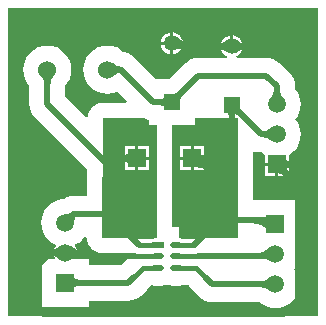
<source format=gtl>
%FSLAX25Y25*%
%MOIN*%
G70*
G01*
G75*
G04 Layer_Physical_Order=1*
G04 Layer_Color=255*
%ADD10C,0.02000*%
%ADD11C,0.01000*%
%ADD12R,0.06000X0.06000*%
%ADD13O,0.03937X0.01969*%
%ADD14R,0.03937X0.01969*%
%ADD15C,0.01500*%
%ADD16C,0.06000*%
%ADD17C,0.05315*%
%ADD18R,0.05315X0.05315*%
%ADD19R,0.05906X0.05906*%
%ADD20C,0.05906*%
G36*
X309200Y231300D02*
X205800D01*
Y334200D01*
X309200D01*
Y231300D01*
D02*
G37*
%LPC*%
G36*
X239000Y321539D02*
X237432Y321384D01*
X235924Y320927D01*
X234534Y320184D01*
X233316Y319184D01*
X232316Y317966D01*
X231573Y316576D01*
X231116Y315068D01*
X230961Y313500D01*
X231116Y311932D01*
X231573Y310424D01*
X232316Y309034D01*
X233316Y307816D01*
X234534Y306816D01*
X235924Y306073D01*
X237432Y305616D01*
X239000Y305461D01*
X240568Y305616D01*
X242076Y306073D01*
X242287Y306186D01*
X245469Y303005D01*
X245277Y302543D01*
X237430D01*
X236801Y302460D01*
X236171Y302383D01*
X236149Y302374D01*
X236125Y302371D01*
X235538Y302128D01*
X234950Y301891D01*
X234931Y301877D01*
X234909Y301868D01*
X234405Y301481D01*
X233898Y301100D01*
X233883Y301081D01*
X233864Y301066D01*
X233478Y300562D01*
X233087Y300063D01*
X233077Y300041D01*
X233063Y300022D01*
X232820Y299435D01*
X232572Y298851D01*
X232568Y298828D01*
X232559Y298805D01*
X232476Y298176D01*
X232415Y297744D01*
X231941Y297586D01*
X225029Y304497D01*
Y308236D01*
X225684Y309034D01*
X226427Y310424D01*
X226884Y311932D01*
X227039Y313500D01*
X226884Y315068D01*
X226427Y316576D01*
X225684Y317966D01*
X224684Y319184D01*
X223466Y320184D01*
X222076Y320927D01*
X220568Y321384D01*
X219000Y321539D01*
X217432Y321384D01*
X215924Y320927D01*
X214534Y320184D01*
X213316Y319184D01*
X212316Y317966D01*
X211573Y316576D01*
X211116Y315068D01*
X210961Y313500D01*
X211116Y311932D01*
X211573Y310424D01*
X212316Y309034D01*
X212971Y308236D01*
Y302000D01*
X213087Y300824D01*
X213430Y299693D01*
X213987Y298651D01*
X214737Y297737D01*
X232224Y280250D01*
X232141Y271529D01*
X228000D01*
X226824Y271413D01*
X225693Y271070D01*
X224651Y270513D01*
X224573Y270449D01*
X223441Y270338D01*
X221942Y269883D01*
X220560Y269145D01*
X219349Y268151D01*
X218355Y266940D01*
X217617Y265558D01*
X217162Y264059D01*
X217009Y262500D01*
X217162Y260941D01*
X217617Y259442D01*
X218355Y258060D01*
X219349Y256849D01*
X220560Y255855D01*
X221661Y255267D01*
X221766Y254779D01*
X221547Y254493D01*
X221149Y253532D01*
X221079Y253000D01*
X228921D01*
X228851Y253532D01*
X228453Y254493D01*
X228234Y254779D01*
X228339Y255267D01*
X229440Y255855D01*
X230651Y256849D01*
X231541Y257934D01*
X232011Y257764D01*
X232011Y257692D01*
X232012Y257680D01*
X232010Y257668D01*
X232092Y257025D01*
X232170Y256385D01*
X232174Y256374D01*
X232176Y256362D01*
X232421Y255763D01*
X232662Y255164D01*
X232669Y255154D01*
X232674Y255143D01*
X233065Y254629D01*
X233454Y254112D01*
X233463Y254104D01*
X233471Y254095D01*
X233822Y253740D01*
X233832Y253732D01*
X233839Y253723D01*
X234353Y253328D01*
X234863Y252933D01*
X234874Y252929D01*
X234884Y252921D01*
X235481Y252674D01*
X236077Y252424D01*
X236089Y252422D01*
X236100Y252418D01*
X236740Y252333D01*
X237381Y252246D01*
X237393Y252247D01*
X237405Y252246D01*
X243728D01*
X245237Y250737D01*
X245387Y250613D01*
X245412Y250114D01*
X244995Y249697D01*
X244651Y249513D01*
X243737Y248763D01*
X243503Y248529D01*
X232953D01*
Y250453D01*
X228880D01*
X228603Y250869D01*
X228851Y251468D01*
X228921Y252000D01*
X221079D01*
X221149Y251468D01*
X221397Y250869D01*
X221120Y250453D01*
X217047D01*
Y234547D01*
X232953D01*
Y236471D01*
X246000D01*
X247176Y236587D01*
X248307Y236930D01*
X249349Y237487D01*
X250263Y238237D01*
X252263Y240237D01*
X253013Y241150D01*
X253197Y241495D01*
X253422Y241720D01*
X253519D01*
X253738Y241654D01*
X253847Y241609D01*
Y241609D01*
X253859Y241620D01*
X255016Y241507D01*
X256984D01*
X258157Y241622D01*
X258953Y241863D01*
X259748Y241622D01*
X260921Y241507D01*
X262890D01*
X264046Y241620D01*
X264059Y241609D01*
Y241609D01*
X264168Y241654D01*
X264386Y241720D01*
X266078D01*
X266303Y241495D01*
X266487Y241150D01*
X267237Y240237D01*
X269737Y237737D01*
X270651Y236987D01*
X271693Y236430D01*
X272824Y236087D01*
X274000Y235971D01*
X289810D01*
X290560Y235355D01*
X291942Y234617D01*
X293441Y234162D01*
X295000Y234009D01*
X296559Y234162D01*
X298058Y234617D01*
X299440Y235355D01*
X300651Y236349D01*
X301644Y237560D01*
X302383Y238942D01*
X302838Y240441D01*
X302991Y242000D01*
X302838Y243559D01*
X302383Y245058D01*
X301644Y246440D01*
X301185Y247000D01*
X301644Y247560D01*
X302383Y248942D01*
X302838Y250441D01*
X302991Y252000D01*
X302838Y253559D01*
X302766Y253795D01*
X302953Y254047D01*
X302953D01*
Y269953D01*
X287543D01*
Y286103D01*
X287945Y286401D01*
X288981Y286087D01*
X290158Y285971D01*
X290310D01*
X291060Y285355D01*
X291547Y285095D01*
Y282500D01*
X299453D01*
Y285095D01*
X299940Y285355D01*
X301151Y286349D01*
X302145Y287560D01*
X302883Y288942D01*
X303338Y290441D01*
X303491Y292000D01*
X303338Y293559D01*
X302883Y295058D01*
X302145Y296440D01*
X301685Y297000D01*
X302145Y297560D01*
X302883Y298942D01*
X303338Y300441D01*
X303491Y302000D01*
X303338Y303559D01*
X302883Y305058D01*
X302145Y306440D01*
X301529Y307190D01*
Y308000D01*
X301413Y309176D01*
X301070Y310307D01*
X300513Y311350D01*
X299763Y312263D01*
X296263Y315763D01*
X295350Y316513D01*
X294307Y317070D01*
X293176Y317413D01*
X292000Y317529D01*
X282132D01*
X282035Y318019D01*
X282345Y318148D01*
X283109Y318734D01*
X283695Y319498D01*
X284063Y320388D01*
X284123Y320843D01*
X276877D01*
X276937Y320388D01*
X277305Y319498D01*
X277891Y318734D01*
X278656Y318148D01*
X278965Y318019D01*
X278868Y317529D01*
X269342D01*
X268166Y317413D01*
X267035Y317070D01*
X265993Y316513D01*
X265079Y315763D01*
X259631Y310315D01*
X255211D01*
X247763Y317763D01*
X246849Y318513D01*
X245807Y319070D01*
X244676Y319413D01*
X244368Y319443D01*
X243466Y320184D01*
X242076Y320927D01*
X240568Y321384D01*
X239000Y321539D01*
D02*
G37*
G36*
X260000Y321843D02*
X256877D01*
X256937Y321388D01*
X257305Y320498D01*
X257892Y319734D01*
X258656Y319148D01*
X259545Y318779D01*
X260000Y318719D01*
Y321843D01*
D02*
G37*
G36*
X295000Y281500D02*
X291547D01*
Y278047D01*
X295000D01*
Y281500D01*
D02*
G37*
G36*
X299453D02*
X296000D01*
Y278047D01*
X299453D01*
Y281500D01*
D02*
G37*
G36*
X261000Y325966D02*
Y322843D01*
X264123D01*
X264063Y323297D01*
X263695Y324187D01*
X263109Y324951D01*
X262345Y325537D01*
X261455Y325906D01*
X261000Y325966D01*
D02*
G37*
G36*
X260000D02*
X259545Y325906D01*
X258656Y325537D01*
X257892Y324951D01*
X257305Y324187D01*
X256937Y323297D01*
X256877Y322843D01*
X260000D01*
Y325966D01*
D02*
G37*
G36*
X281000Y324966D02*
Y321843D01*
X284123D01*
X284063Y322297D01*
X283695Y323187D01*
X283109Y323951D01*
X282345Y324537D01*
X281455Y324906D01*
X281000Y324966D01*
D02*
G37*
G36*
X264123Y321843D02*
X261000D01*
Y318719D01*
X261455Y318779D01*
X262345Y319148D01*
X263109Y319734D01*
X263695Y320498D01*
X264063Y321388D01*
X264123Y321843D01*
D02*
G37*
G36*
X280000Y324966D02*
X279545Y324906D01*
X278656Y324537D01*
X277891Y323951D01*
X277305Y323187D01*
X276937Y322297D01*
X276877Y321843D01*
X280000D01*
Y324966D01*
D02*
G37*
%LPD*%
G36*
X281000Y297500D02*
X282500D01*
Y257289D01*
X269240D01*
X268064Y257173D01*
X267690Y257060D01*
X264386D01*
X264168Y257126D01*
X264059Y257171D01*
Y257171D01*
X264046Y257159D01*
X262968Y257265D01*
Y260984D01*
X260543D01*
Y295000D01*
X268158D01*
Y297500D01*
X280000D01*
Y301658D01*
X281000D01*
Y297500D01*
D02*
G37*
G36*
X252035Y297087D02*
X252842Y296843D01*
Y295000D01*
X255500D01*
Y257552D01*
X255366Y257301D01*
X255357Y257273D01*
X255016D01*
X253859Y257159D01*
X253847Y257171D01*
Y257171D01*
X253738Y257126D01*
X253519Y257060D01*
X249810D01*
X249436Y257173D01*
X248260Y257289D01*
X237405D01*
X237053Y257644D01*
X237430Y297500D01*
X251263D01*
X252035Y297087D01*
D02*
G37*
%LPC*%
G36*
X248250Y283500D02*
X244750D01*
Y280000D01*
X248250D01*
Y283500D01*
D02*
G37*
G36*
X252750D02*
X249250D01*
Y280000D01*
X252750D01*
Y283500D01*
D02*
G37*
G36*
Y288000D02*
X249250D01*
Y284500D01*
X252750D01*
Y288000D01*
D02*
G37*
G36*
X266750D02*
X263250D01*
Y284500D01*
X266750D01*
Y288000D01*
D02*
G37*
G36*
X271250D02*
X267750D01*
Y284500D01*
X271250D01*
Y288000D01*
D02*
G37*
G36*
X266750Y283500D02*
X263250D01*
Y280000D01*
X266750D01*
Y283500D01*
D02*
G37*
G36*
X271250D02*
X267750D01*
Y280000D01*
X271250D01*
Y283500D01*
D02*
G37*
G36*
X248250Y288000D02*
X244750D01*
Y284500D01*
X248250D01*
Y288000D01*
D02*
G37*
%LPD*%
D10*
X225151Y264447D02*
G03*
X228000Y265500I281J3621D01*
G01*
X228000Y265500D02*
G03*
X226947Y262651I2568J-2568D01*
G01*
X224967Y252467D02*
G03*
X227880Y251260I2913J2913D01*
G01*
X226381Y253881D02*
G03*
X232708Y251260I6328J6328D01*
G01*
X223619Y251119D02*
G03*
X220286Y252500I-3334J-3334D01*
G01*
D02*
G03*
X223619Y253881I0J4714D01*
G01*
X226381Y243881D02*
G03*
X229714Y242500I3334J3334D01*
G01*
D02*
G03*
X226381Y241119I0J-4714D01*
G01*
X293619Y240619D02*
G03*
X290286Y242000I-3334J-3334D01*
G01*
D02*
G03*
X293619Y243381I0J4714D01*
G01*
Y250619D02*
G03*
X292073Y251260I-1547J-1547D01*
G01*
X288499D02*
G03*
X293619Y253381I0J7241D01*
G01*
X295033Y262033D02*
G03*
X291493Y263500I-3541J-3541D01*
G01*
X293619Y260619D02*
G03*
X286664Y263500I-6955J-6955D01*
G01*
X281672Y300485D02*
G03*
X280500Y297656I2829J-2829D01*
G01*
D02*
G03*
X279328Y300485I-4002J0D01*
G01*
X282157Y301658D02*
G03*
X283330Y298828I4002J0D01*
G01*
X283330Y298828D02*
G03*
X280500Y300000I-2829J-2829D01*
G01*
X281672Y322515D02*
G03*
X284502Y321342I2829J2829D01*
G01*
D02*
G03*
X281672Y320170I0J-4002D01*
G01*
X279328D02*
G03*
X276499Y321342I-2829J-2829D01*
G01*
D02*
G03*
X279328Y322515I0J4002D01*
G01*
X294119Y303381D02*
G03*
X295500Y306714I-3334J3334D01*
G01*
D02*
G03*
X296881Y303381I4714J0D01*
G01*
X294119Y290619D02*
G03*
X290786Y292000I-3334J-3334D01*
G01*
D02*
G03*
X294119Y293381I0J4714D01*
G01*
X297453Y282000D02*
G03*
X298834Y278666I4714J0D01*
G01*
X298834Y278666D02*
G03*
X295500Y280047I-3334J-3334D01*
G01*
X296881Y283381D02*
G03*
X300214Y282000I3334J3334D01*
G01*
D02*
G03*
X296881Y280619I0J-4714D01*
G01*
X260500Y304315D02*
G03*
X263330Y305487I0J4002D01*
G01*
X263330Y305487D02*
G03*
X262158Y302658I2829J-2829D01*
G01*
X259328Y301485D02*
G03*
X256499Y302658I-2829J-2829D01*
G01*
D02*
G03*
X259328Y303830I0J4002D01*
G01*
X261672Y323515D02*
G03*
X266916Y321342I5244J5244D01*
G01*
X220414Y312086D02*
G03*
X219000Y308672I3414J-3414D01*
G01*
D02*
G03*
X217586Y312086I-4828J0D01*
G01*
X240485Y314840D02*
G03*
X243500Y313500I3015J2722D01*
G01*
D02*
G03*
X240485Y312160I0J-4062D01*
G01*
X247336Y282586D02*
G03*
X243922Y284000I-3414J-3414D01*
G01*
D02*
G03*
X247336Y285414I0J4828D01*
G01*
X273329Y281671D02*
G03*
X267250Y284000I-5650J-5650D01*
G01*
X276500Y278500D02*
G03*
X267357Y282003I-8498J-8498D01*
G01*
X268911Y285114D02*
G03*
X271000Y284000I2089J1401D01*
G01*
D02*
G03*
X268911Y282886I0J-2515D01*
G01*
X240500Y264000D02*
Y265500D01*
Y264000D02*
X249500Y255000D01*
X220000Y252500D02*
X225000D01*
X214500Y247000D02*
X220000Y252500D01*
X214500Y235000D02*
Y247000D01*
Y235000D02*
X217500Y232000D01*
X298000D01*
X302500Y236500D01*
Y275000D01*
X295500Y282000D02*
X302500Y275000D01*
X260500Y322342D02*
X261500Y321342D01*
X280500D01*
X292657D01*
X307500Y306500D01*
Y285500D02*
Y306500D01*
X304000Y282000D02*
X307500Y285500D01*
X295500Y282000D02*
X304000D01*
X276500Y278500D02*
X280500Y282500D01*
Y301658D01*
X290158Y292000D01*
X295500D01*
Y302000D02*
Y308000D01*
X292000Y311500D02*
X295500Y308000D01*
X269342Y311500D02*
X292000D01*
X260500Y302658D02*
X269342Y311500D01*
X254343Y302658D02*
X260500D01*
X243500Y313500D02*
X254343Y302658D01*
X239000Y313500D02*
X243500D01*
X219000Y302000D02*
Y313500D01*
Y302000D02*
X239000Y282000D01*
X240500D01*
X274000Y242000D02*
X295000D01*
X271500Y244500D02*
X274000Y242000D01*
X294260Y251260D02*
X295000Y252000D01*
X269240Y251260D02*
X294260D01*
X225000Y242500D02*
X246000D01*
X248000Y244500D01*
X225000Y252500D02*
X226240Y251260D01*
X248260D01*
X225000Y262500D02*
X228000Y265500D01*
X240500D01*
X293500Y263500D02*
X295000Y262000D01*
X276500Y263500D02*
X293500D01*
X267250Y284000D02*
X271000D01*
X276500Y278500D01*
Y263500D02*
Y278500D01*
X268000Y255000D02*
X276500Y263500D01*
X242500Y284000D02*
X248750D01*
X240500Y282000D02*
X242500Y284000D01*
X240500Y265500D02*
Y282000D01*
D11*
X254673Y250917D02*
G03*
X253847Y251260I-827J-827D01*
G01*
D02*
G03*
X254673Y251602I0J1169D01*
G01*
Y247177D02*
G03*
X253847Y247520I-827J-827D01*
G01*
D02*
G03*
X254673Y247862I0J1169D01*
G01*
X263232Y255342D02*
G03*
X264059Y255000I827J827D01*
G01*
D02*
G03*
X263232Y254658I0J-1169D01*
G01*
Y251602D02*
G03*
X264059Y251260I827J827D01*
G01*
D02*
G03*
X263232Y250917I0J-1169D01*
G01*
Y247862D02*
G03*
X264059Y247520I827J827D01*
G01*
D02*
G03*
X263232Y247177I0J-1169D01*
G01*
D12*
X267250Y284000D02*
D03*
X248750D02*
D03*
D13*
X261906Y247520D02*
D03*
Y251260D02*
D03*
Y255000D02*
D03*
X256000Y247520D02*
D03*
Y251260D02*
D03*
D14*
Y255000D02*
D03*
D15*
X249500D02*
X256000D01*
X268480Y247520D02*
X271500Y244500D01*
X261906Y247520D02*
X268480D01*
X261906Y251260D02*
X269240D01*
X248000Y244500D02*
X251020Y247520D01*
X256000D01*
X248260Y251260D02*
X256000D01*
X261906Y255000D02*
X268000D01*
D16*
X239000Y313500D02*
D03*
X219000D02*
D03*
D17*
X260500Y322342D02*
D03*
X280500Y321342D02*
D03*
D18*
X260500Y302658D02*
D03*
X280500Y301658D02*
D03*
D19*
X295500Y282000D02*
D03*
X295000Y262000D02*
D03*
X225000Y242500D02*
D03*
D20*
X295500Y292000D02*
D03*
Y302000D02*
D03*
X295000Y252000D02*
D03*
Y242000D02*
D03*
X225000Y252500D02*
D03*
Y262500D02*
D03*
M02*

</source>
